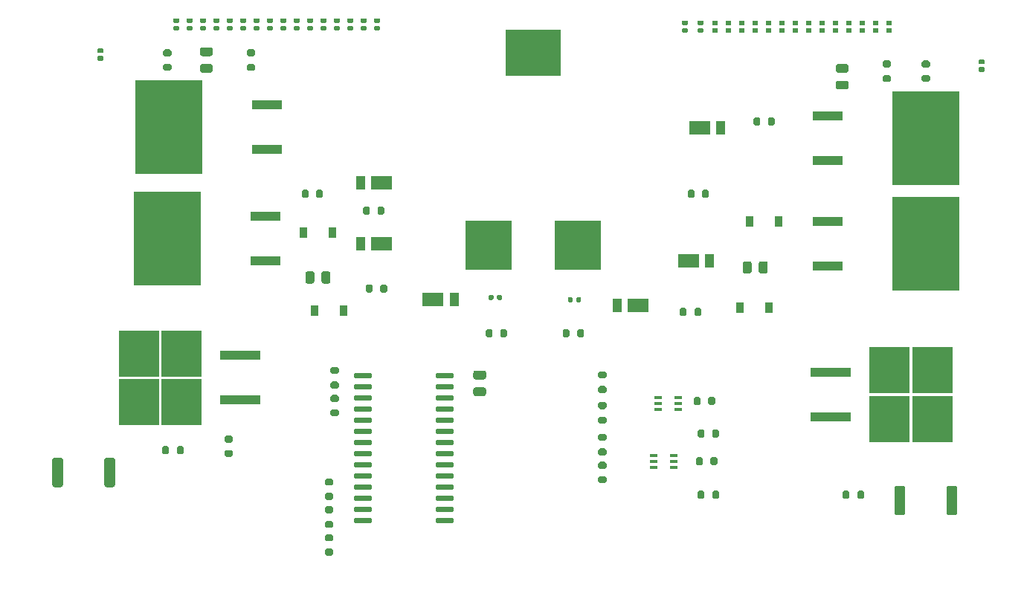
<source format=gtp>
G04 #@! TF.GenerationSoftware,KiCad,Pcbnew,(5.1.10)-1*
G04 #@! TF.CreationDate,2022-01-17T16:27:26-05:00*
G04 #@! TF.ProjectId,breakoutboard-2,62726561-6b6f-4757-9462-6f6172642d32,rev?*
G04 #@! TF.SameCoordinates,Original*
G04 #@! TF.FileFunction,Paste,Top*
G04 #@! TF.FilePolarity,Positive*
%FSLAX46Y46*%
G04 Gerber Fmt 4.6, Leading zero omitted, Abs format (unit mm)*
G04 Created by KiCad (PCBNEW (5.1.10)-1) date 2022-01-17 16:27:26*
%MOMM*%
%LPD*%
G01*
G04 APERTURE LIST*
%ADD10R,4.550000X5.250000*%
%ADD11R,4.600000X1.100000*%
%ADD12R,7.696200X10.718800*%
%ADD13R,3.505200X1.041400*%
%ADD14R,2.400000X1.500000*%
%ADD15R,1.050000X1.500000*%
%ADD16R,0.900000X1.200000*%
%ADD17R,5.330000X5.590000*%
%ADD18R,6.350000X5.280000*%
%ADD19R,0.850001X0.399999*%
G04 APERTURE END LIST*
D10*
X199070000Y-99295000D03*
X203920000Y-93745000D03*
X199070000Y-93745000D03*
X203920000Y-99295000D03*
D11*
X192345000Y-99060000D03*
X192345000Y-93980000D03*
D10*
X118430000Y-91840000D03*
X113580000Y-97390000D03*
X118430000Y-97390000D03*
X113580000Y-91840000D03*
D11*
X125155000Y-92075000D03*
X125155000Y-97155000D03*
D12*
X203200000Y-79375000D03*
D13*
X192036700Y-81915000D03*
X192036700Y-76835000D03*
D12*
X203187300Y-67310000D03*
D13*
X192024000Y-69850000D03*
X192024000Y-64770000D03*
D12*
X116852700Y-78740000D03*
D13*
X128016000Y-76200000D03*
X128016000Y-81280000D03*
D12*
X116979700Y-66040000D03*
D13*
X128143000Y-63500000D03*
X128143000Y-68580000D03*
G36*
G01*
X151925000Y-93800000D02*
X152875000Y-93800000D01*
G75*
G02*
X153125000Y-94050000I0J-250000D01*
G01*
X153125000Y-94550000D01*
G75*
G02*
X152875000Y-94800000I-250000J0D01*
G01*
X151925000Y-94800000D01*
G75*
G02*
X151675000Y-94550000I0J250000D01*
G01*
X151675000Y-94050000D01*
G75*
G02*
X151925000Y-93800000I250000J0D01*
G01*
G37*
G36*
G01*
X151925000Y-95700000D02*
X152875000Y-95700000D01*
G75*
G02*
X153125000Y-95950000I0J-250000D01*
G01*
X153125000Y-96450000D01*
G75*
G02*
X152875000Y-96700000I-250000J0D01*
G01*
X151925000Y-96700000D01*
G75*
G02*
X151675000Y-96450000I0J250000D01*
G01*
X151675000Y-95950000D01*
G75*
G02*
X151925000Y-95700000I250000J0D01*
G01*
G37*
G36*
G01*
X108995600Y-57945000D02*
X109444400Y-57945000D01*
G75*
G02*
X109520000Y-58020600I0J-75600D01*
G01*
X109520000Y-58409400D01*
G75*
G02*
X109444400Y-58485000I-75600J0D01*
G01*
X108995600Y-58485000D01*
G75*
G02*
X108920000Y-58409400I0J75600D01*
G01*
X108920000Y-58020600D01*
G75*
G02*
X108995600Y-57945000I75600J0D01*
G01*
G37*
G36*
G01*
X108995600Y-57085000D02*
X109444400Y-57085000D01*
G75*
G02*
X109520000Y-57160600I0J-75600D01*
G01*
X109520000Y-57549400D01*
G75*
G02*
X109444400Y-57625000I-75600J0D01*
G01*
X108995600Y-57625000D01*
G75*
G02*
X108920000Y-57549400I0J75600D01*
G01*
X108920000Y-57160600D01*
G75*
G02*
X108995600Y-57085000I75600J0D01*
G01*
G37*
G36*
G01*
X120810000Y-56970000D02*
X121760000Y-56970000D01*
G75*
G02*
X122010000Y-57220000I0J-250000D01*
G01*
X122010000Y-57720000D01*
G75*
G02*
X121760000Y-57970000I-250000J0D01*
G01*
X120810000Y-57970000D01*
G75*
G02*
X120560000Y-57720000I0J250000D01*
G01*
X120560000Y-57220000D01*
G75*
G02*
X120810000Y-56970000I250000J0D01*
G01*
G37*
G36*
G01*
X120810000Y-58870000D02*
X121760000Y-58870000D01*
G75*
G02*
X122010000Y-59120000I0J-250000D01*
G01*
X122010000Y-59620000D01*
G75*
G02*
X121760000Y-59870000I-250000J0D01*
G01*
X120810000Y-59870000D01*
G75*
G02*
X120560000Y-59620000I0J250000D01*
G01*
X120560000Y-59120000D01*
G75*
G02*
X120810000Y-58870000I250000J0D01*
G01*
G37*
G36*
G01*
X193200000Y-60775000D02*
X194150000Y-60775000D01*
G75*
G02*
X194400000Y-61025000I0J-250000D01*
G01*
X194400000Y-61525000D01*
G75*
G02*
X194150000Y-61775000I-250000J0D01*
G01*
X193200000Y-61775000D01*
G75*
G02*
X192950000Y-61525000I0J250000D01*
G01*
X192950000Y-61025000D01*
G75*
G02*
X193200000Y-60775000I250000J0D01*
G01*
G37*
G36*
G01*
X193200000Y-58875000D02*
X194150000Y-58875000D01*
G75*
G02*
X194400000Y-59125000I0J-250000D01*
G01*
X194400000Y-59625000D01*
G75*
G02*
X194150000Y-59875000I-250000J0D01*
G01*
X193200000Y-59875000D01*
G75*
G02*
X192950000Y-59625000I0J250000D01*
G01*
X192950000Y-59125000D01*
G75*
G02*
X193200000Y-58875000I250000J0D01*
G01*
G37*
G36*
G01*
X209774400Y-58895000D02*
X209325600Y-58895000D01*
G75*
G02*
X209250000Y-58819400I0J75600D01*
G01*
X209250000Y-58430600D01*
G75*
G02*
X209325600Y-58355000I75600J0D01*
G01*
X209774400Y-58355000D01*
G75*
G02*
X209850000Y-58430600I0J-75600D01*
G01*
X209850000Y-58819400D01*
G75*
G02*
X209774400Y-58895000I-75600J0D01*
G01*
G37*
G36*
G01*
X209774400Y-59755000D02*
X209325600Y-59755000D01*
G75*
G02*
X209250000Y-59679400I0J75600D01*
G01*
X209250000Y-59290600D01*
G75*
G02*
X209325600Y-59215000I75600J0D01*
G01*
X209774400Y-59215000D01*
G75*
G02*
X209850000Y-59290600I0J-75600D01*
G01*
X209850000Y-59679400D01*
G75*
G02*
X209774400Y-59755000I-75600J0D01*
G01*
G37*
G36*
G01*
X118080400Y-54196000D02*
X117631600Y-54196000D01*
G75*
G02*
X117556000Y-54120400I0J75600D01*
G01*
X117556000Y-53731600D01*
G75*
G02*
X117631600Y-53656000I75600J0D01*
G01*
X118080400Y-53656000D01*
G75*
G02*
X118156000Y-53731600I0J-75600D01*
G01*
X118156000Y-54120400D01*
G75*
G02*
X118080400Y-54196000I-75600J0D01*
G01*
G37*
G36*
G01*
X118080400Y-55056000D02*
X117631600Y-55056000D01*
G75*
G02*
X117556000Y-54980400I0J75600D01*
G01*
X117556000Y-54591600D01*
G75*
G02*
X117631600Y-54516000I75600J0D01*
G01*
X118080400Y-54516000D01*
G75*
G02*
X118156000Y-54591600I0J-75600D01*
G01*
X118156000Y-54980400D01*
G75*
G02*
X118080400Y-55056000I-75600J0D01*
G01*
G37*
G36*
G01*
X175992400Y-55310000D02*
X175543600Y-55310000D01*
G75*
G02*
X175468000Y-55234400I0J75600D01*
G01*
X175468000Y-54845600D01*
G75*
G02*
X175543600Y-54770000I75600J0D01*
G01*
X175992400Y-54770000D01*
G75*
G02*
X176068000Y-54845600I0J-75600D01*
G01*
X176068000Y-55234400D01*
G75*
G02*
X175992400Y-55310000I-75600J0D01*
G01*
G37*
G36*
G01*
X175992400Y-54450000D02*
X175543600Y-54450000D01*
G75*
G02*
X175468000Y-54374400I0J75600D01*
G01*
X175468000Y-53985600D01*
G75*
G02*
X175543600Y-53910000I75600J0D01*
G01*
X175992400Y-53910000D01*
G75*
G02*
X176068000Y-53985600I0J-75600D01*
G01*
X176068000Y-54374400D01*
G75*
G02*
X175992400Y-54450000I-75600J0D01*
G01*
G37*
G36*
G01*
X119604400Y-55056000D02*
X119155600Y-55056000D01*
G75*
G02*
X119080000Y-54980400I0J75600D01*
G01*
X119080000Y-54591600D01*
G75*
G02*
X119155600Y-54516000I75600J0D01*
G01*
X119604400Y-54516000D01*
G75*
G02*
X119680000Y-54591600I0J-75600D01*
G01*
X119680000Y-54980400D01*
G75*
G02*
X119604400Y-55056000I-75600J0D01*
G01*
G37*
G36*
G01*
X119604400Y-54196000D02*
X119155600Y-54196000D01*
G75*
G02*
X119080000Y-54120400I0J75600D01*
G01*
X119080000Y-53731600D01*
G75*
G02*
X119155600Y-53656000I75600J0D01*
G01*
X119604400Y-53656000D01*
G75*
G02*
X119680000Y-53731600I0J-75600D01*
G01*
X119680000Y-54120400D01*
G75*
G02*
X119604400Y-54196000I-75600J0D01*
G01*
G37*
G36*
G01*
X177770400Y-54450000D02*
X177321600Y-54450000D01*
G75*
G02*
X177246000Y-54374400I0J75600D01*
G01*
X177246000Y-53985600D01*
G75*
G02*
X177321600Y-53910000I75600J0D01*
G01*
X177770400Y-53910000D01*
G75*
G02*
X177846000Y-53985600I0J-75600D01*
G01*
X177846000Y-54374400D01*
G75*
G02*
X177770400Y-54450000I-75600J0D01*
G01*
G37*
G36*
G01*
X177770400Y-55310000D02*
X177321600Y-55310000D01*
G75*
G02*
X177246000Y-55234400I0J75600D01*
G01*
X177246000Y-54845600D01*
G75*
G02*
X177321600Y-54770000I75600J0D01*
G01*
X177770400Y-54770000D01*
G75*
G02*
X177846000Y-54845600I0J-75600D01*
G01*
X177846000Y-55234400D01*
G75*
G02*
X177770400Y-55310000I-75600J0D01*
G01*
G37*
G36*
G01*
X121128400Y-54196000D02*
X120679600Y-54196000D01*
G75*
G02*
X120604000Y-54120400I0J75600D01*
G01*
X120604000Y-53731600D01*
G75*
G02*
X120679600Y-53656000I75600J0D01*
G01*
X121128400Y-53656000D01*
G75*
G02*
X121204000Y-53731600I0J-75600D01*
G01*
X121204000Y-54120400D01*
G75*
G02*
X121128400Y-54196000I-75600J0D01*
G01*
G37*
G36*
G01*
X121128400Y-55056000D02*
X120679600Y-55056000D01*
G75*
G02*
X120604000Y-54980400I0J75600D01*
G01*
X120604000Y-54591600D01*
G75*
G02*
X120679600Y-54516000I75600J0D01*
G01*
X121128400Y-54516000D01*
G75*
G02*
X121204000Y-54591600I0J-75600D01*
G01*
X121204000Y-54980400D01*
G75*
G02*
X121128400Y-55056000I-75600J0D01*
G01*
G37*
G36*
G01*
X154378000Y-85641000D02*
X154378000Y-85301000D01*
G75*
G02*
X154518000Y-85161000I140000J0D01*
G01*
X154798000Y-85161000D01*
G75*
G02*
X154938000Y-85301000I0J-140000D01*
G01*
X154938000Y-85641000D01*
G75*
G02*
X154798000Y-85781000I-140000J0D01*
G01*
X154518000Y-85781000D01*
G75*
G02*
X154378000Y-85641000I0J140000D01*
G01*
G37*
G36*
G01*
X153418000Y-85641000D02*
X153418000Y-85301000D01*
G75*
G02*
X153558000Y-85161000I140000J0D01*
G01*
X153838000Y-85161000D01*
G75*
G02*
X153978000Y-85301000I0J-140000D01*
G01*
X153978000Y-85641000D01*
G75*
G02*
X153838000Y-85781000I-140000J0D01*
G01*
X153558000Y-85781000D01*
G75*
G02*
X153418000Y-85641000I0J140000D01*
G01*
G37*
G36*
G01*
X163955000Y-85555000D02*
X163955000Y-85895000D01*
G75*
G02*
X163815000Y-86035000I-140000J0D01*
G01*
X163535000Y-86035000D01*
G75*
G02*
X163395000Y-85895000I0J140000D01*
G01*
X163395000Y-85555000D01*
G75*
G02*
X163535000Y-85415000I140000J0D01*
G01*
X163815000Y-85415000D01*
G75*
G02*
X163955000Y-85555000I0J-140000D01*
G01*
G37*
G36*
G01*
X162995000Y-85555000D02*
X162995000Y-85895000D01*
G75*
G02*
X162855000Y-86035000I-140000J0D01*
G01*
X162575000Y-86035000D01*
G75*
G02*
X162435000Y-85895000I0J140000D01*
G01*
X162435000Y-85555000D01*
G75*
G02*
X162575000Y-85415000I140000J0D01*
G01*
X162855000Y-85415000D01*
G75*
G02*
X162995000Y-85555000I0J-140000D01*
G01*
G37*
G36*
G01*
X179421400Y-55310000D02*
X178972600Y-55310000D01*
G75*
G02*
X178897000Y-55234400I0J75600D01*
G01*
X178897000Y-54845600D01*
G75*
G02*
X178972600Y-54770000I75600J0D01*
G01*
X179421400Y-54770000D01*
G75*
G02*
X179497000Y-54845600I0J-75600D01*
G01*
X179497000Y-55234400D01*
G75*
G02*
X179421400Y-55310000I-75600J0D01*
G01*
G37*
G36*
G01*
X179421400Y-54450000D02*
X178972600Y-54450000D01*
G75*
G02*
X178897000Y-54374400I0J75600D01*
G01*
X178897000Y-53985600D01*
G75*
G02*
X178972600Y-53910000I75600J0D01*
G01*
X179421400Y-53910000D01*
G75*
G02*
X179497000Y-53985600I0J-75600D01*
G01*
X179497000Y-54374400D01*
G75*
G02*
X179421400Y-54450000I-75600J0D01*
G01*
G37*
G36*
G01*
X122652400Y-55056000D02*
X122203600Y-55056000D01*
G75*
G02*
X122128000Y-54980400I0J75600D01*
G01*
X122128000Y-54591600D01*
G75*
G02*
X122203600Y-54516000I75600J0D01*
G01*
X122652400Y-54516000D01*
G75*
G02*
X122728000Y-54591600I0J-75600D01*
G01*
X122728000Y-54980400D01*
G75*
G02*
X122652400Y-55056000I-75600J0D01*
G01*
G37*
G36*
G01*
X122652400Y-54196000D02*
X122203600Y-54196000D01*
G75*
G02*
X122128000Y-54120400I0J75600D01*
G01*
X122128000Y-53731600D01*
G75*
G02*
X122203600Y-53656000I75600J0D01*
G01*
X122652400Y-53656000D01*
G75*
G02*
X122728000Y-53731600I0J-75600D01*
G01*
X122728000Y-54120400D01*
G75*
G02*
X122652400Y-54196000I-75600J0D01*
G01*
G37*
G36*
G01*
X180945400Y-54450000D02*
X180496600Y-54450000D01*
G75*
G02*
X180421000Y-54374400I0J75600D01*
G01*
X180421000Y-53985600D01*
G75*
G02*
X180496600Y-53910000I75600J0D01*
G01*
X180945400Y-53910000D01*
G75*
G02*
X181021000Y-53985600I0J-75600D01*
G01*
X181021000Y-54374400D01*
G75*
G02*
X180945400Y-54450000I-75600J0D01*
G01*
G37*
G36*
G01*
X180945400Y-55310000D02*
X180496600Y-55310000D01*
G75*
G02*
X180421000Y-55234400I0J75600D01*
G01*
X180421000Y-54845600D01*
G75*
G02*
X180496600Y-54770000I75600J0D01*
G01*
X180945400Y-54770000D01*
G75*
G02*
X181021000Y-54845600I0J-75600D01*
G01*
X181021000Y-55234400D01*
G75*
G02*
X180945400Y-55310000I-75600J0D01*
G01*
G37*
G36*
G01*
X182469400Y-55310000D02*
X182020600Y-55310000D01*
G75*
G02*
X181945000Y-55234400I0J75600D01*
G01*
X181945000Y-54845600D01*
G75*
G02*
X182020600Y-54770000I75600J0D01*
G01*
X182469400Y-54770000D01*
G75*
G02*
X182545000Y-54845600I0J-75600D01*
G01*
X182545000Y-55234400D01*
G75*
G02*
X182469400Y-55310000I-75600J0D01*
G01*
G37*
G36*
G01*
X182469400Y-54450000D02*
X182020600Y-54450000D01*
G75*
G02*
X181945000Y-54374400I0J75600D01*
G01*
X181945000Y-53985600D01*
G75*
G02*
X182020600Y-53910000I75600J0D01*
G01*
X182469400Y-53910000D01*
G75*
G02*
X182545000Y-53985600I0J-75600D01*
G01*
X182545000Y-54374400D01*
G75*
G02*
X182469400Y-54450000I-75600J0D01*
G01*
G37*
G36*
G01*
X124176400Y-55056000D02*
X123727600Y-55056000D01*
G75*
G02*
X123652000Y-54980400I0J75600D01*
G01*
X123652000Y-54591600D01*
G75*
G02*
X123727600Y-54516000I75600J0D01*
G01*
X124176400Y-54516000D01*
G75*
G02*
X124252000Y-54591600I0J-75600D01*
G01*
X124252000Y-54980400D01*
G75*
G02*
X124176400Y-55056000I-75600J0D01*
G01*
G37*
G36*
G01*
X124176400Y-54196000D02*
X123727600Y-54196000D01*
G75*
G02*
X123652000Y-54120400I0J75600D01*
G01*
X123652000Y-53731600D01*
G75*
G02*
X123727600Y-53656000I75600J0D01*
G01*
X124176400Y-53656000D01*
G75*
G02*
X124252000Y-53731600I0J-75600D01*
G01*
X124252000Y-54120400D01*
G75*
G02*
X124176400Y-54196000I-75600J0D01*
G01*
G37*
G36*
G01*
X125700400Y-55056000D02*
X125251600Y-55056000D01*
G75*
G02*
X125176000Y-54980400I0J75600D01*
G01*
X125176000Y-54591600D01*
G75*
G02*
X125251600Y-54516000I75600J0D01*
G01*
X125700400Y-54516000D01*
G75*
G02*
X125776000Y-54591600I0J-75600D01*
G01*
X125776000Y-54980400D01*
G75*
G02*
X125700400Y-55056000I-75600J0D01*
G01*
G37*
G36*
G01*
X125700400Y-54196000D02*
X125251600Y-54196000D01*
G75*
G02*
X125176000Y-54120400I0J75600D01*
G01*
X125176000Y-53731600D01*
G75*
G02*
X125251600Y-53656000I75600J0D01*
G01*
X125700400Y-53656000D01*
G75*
G02*
X125776000Y-53731600I0J-75600D01*
G01*
X125776000Y-54120400D01*
G75*
G02*
X125700400Y-54196000I-75600J0D01*
G01*
G37*
G36*
G01*
X183993400Y-54450000D02*
X183544600Y-54450000D01*
G75*
G02*
X183469000Y-54374400I0J75600D01*
G01*
X183469000Y-53985600D01*
G75*
G02*
X183544600Y-53910000I75600J0D01*
G01*
X183993400Y-53910000D01*
G75*
G02*
X184069000Y-53985600I0J-75600D01*
G01*
X184069000Y-54374400D01*
G75*
G02*
X183993400Y-54450000I-75600J0D01*
G01*
G37*
G36*
G01*
X183993400Y-55310000D02*
X183544600Y-55310000D01*
G75*
G02*
X183469000Y-55234400I0J75600D01*
G01*
X183469000Y-54845600D01*
G75*
G02*
X183544600Y-54770000I75600J0D01*
G01*
X183993400Y-54770000D01*
G75*
G02*
X184069000Y-54845600I0J-75600D01*
G01*
X184069000Y-55234400D01*
G75*
G02*
X183993400Y-55310000I-75600J0D01*
G01*
G37*
G36*
G01*
X127224400Y-54196000D02*
X126775600Y-54196000D01*
G75*
G02*
X126700000Y-54120400I0J75600D01*
G01*
X126700000Y-53731600D01*
G75*
G02*
X126775600Y-53656000I75600J0D01*
G01*
X127224400Y-53656000D01*
G75*
G02*
X127300000Y-53731600I0J-75600D01*
G01*
X127300000Y-54120400D01*
G75*
G02*
X127224400Y-54196000I-75600J0D01*
G01*
G37*
G36*
G01*
X127224400Y-55056000D02*
X126775600Y-55056000D01*
G75*
G02*
X126700000Y-54980400I0J75600D01*
G01*
X126700000Y-54591600D01*
G75*
G02*
X126775600Y-54516000I75600J0D01*
G01*
X127224400Y-54516000D01*
G75*
G02*
X127300000Y-54591600I0J-75600D01*
G01*
X127300000Y-54980400D01*
G75*
G02*
X127224400Y-55056000I-75600J0D01*
G01*
G37*
G36*
G01*
X185517400Y-55310000D02*
X185068600Y-55310000D01*
G75*
G02*
X184993000Y-55234400I0J75600D01*
G01*
X184993000Y-54845600D01*
G75*
G02*
X185068600Y-54770000I75600J0D01*
G01*
X185517400Y-54770000D01*
G75*
G02*
X185593000Y-54845600I0J-75600D01*
G01*
X185593000Y-55234400D01*
G75*
G02*
X185517400Y-55310000I-75600J0D01*
G01*
G37*
G36*
G01*
X185517400Y-54450000D02*
X185068600Y-54450000D01*
G75*
G02*
X184993000Y-54374400I0J75600D01*
G01*
X184993000Y-53985600D01*
G75*
G02*
X185068600Y-53910000I75600J0D01*
G01*
X185517400Y-53910000D01*
G75*
G02*
X185593000Y-53985600I0J-75600D01*
G01*
X185593000Y-54374400D01*
G75*
G02*
X185517400Y-54450000I-75600J0D01*
G01*
G37*
G36*
G01*
X128748400Y-55056000D02*
X128299600Y-55056000D01*
G75*
G02*
X128224000Y-54980400I0J75600D01*
G01*
X128224000Y-54591600D01*
G75*
G02*
X128299600Y-54516000I75600J0D01*
G01*
X128748400Y-54516000D01*
G75*
G02*
X128824000Y-54591600I0J-75600D01*
G01*
X128824000Y-54980400D01*
G75*
G02*
X128748400Y-55056000I-75600J0D01*
G01*
G37*
G36*
G01*
X128748400Y-54196000D02*
X128299600Y-54196000D01*
G75*
G02*
X128224000Y-54120400I0J75600D01*
G01*
X128224000Y-53731600D01*
G75*
G02*
X128299600Y-53656000I75600J0D01*
G01*
X128748400Y-53656000D01*
G75*
G02*
X128824000Y-53731600I0J-75600D01*
G01*
X128824000Y-54120400D01*
G75*
G02*
X128748400Y-54196000I-75600J0D01*
G01*
G37*
G36*
G01*
X187041400Y-54450000D02*
X186592600Y-54450000D01*
G75*
G02*
X186517000Y-54374400I0J75600D01*
G01*
X186517000Y-53985600D01*
G75*
G02*
X186592600Y-53910000I75600J0D01*
G01*
X187041400Y-53910000D01*
G75*
G02*
X187117000Y-53985600I0J-75600D01*
G01*
X187117000Y-54374400D01*
G75*
G02*
X187041400Y-54450000I-75600J0D01*
G01*
G37*
G36*
G01*
X187041400Y-55310000D02*
X186592600Y-55310000D01*
G75*
G02*
X186517000Y-55234400I0J75600D01*
G01*
X186517000Y-54845600D01*
G75*
G02*
X186592600Y-54770000I75600J0D01*
G01*
X187041400Y-54770000D01*
G75*
G02*
X187117000Y-54845600I0J-75600D01*
G01*
X187117000Y-55234400D01*
G75*
G02*
X187041400Y-55310000I-75600J0D01*
G01*
G37*
G36*
G01*
X130272400Y-54196000D02*
X129823600Y-54196000D01*
G75*
G02*
X129748000Y-54120400I0J75600D01*
G01*
X129748000Y-53731600D01*
G75*
G02*
X129823600Y-53656000I75600J0D01*
G01*
X130272400Y-53656000D01*
G75*
G02*
X130348000Y-53731600I0J-75600D01*
G01*
X130348000Y-54120400D01*
G75*
G02*
X130272400Y-54196000I-75600J0D01*
G01*
G37*
G36*
G01*
X130272400Y-55056000D02*
X129823600Y-55056000D01*
G75*
G02*
X129748000Y-54980400I0J75600D01*
G01*
X129748000Y-54591600D01*
G75*
G02*
X129823600Y-54516000I75600J0D01*
G01*
X130272400Y-54516000D01*
G75*
G02*
X130348000Y-54591600I0J-75600D01*
G01*
X130348000Y-54980400D01*
G75*
G02*
X130272400Y-55056000I-75600J0D01*
G01*
G37*
G36*
G01*
X188565400Y-55310000D02*
X188116600Y-55310000D01*
G75*
G02*
X188041000Y-55234400I0J75600D01*
G01*
X188041000Y-54845600D01*
G75*
G02*
X188116600Y-54770000I75600J0D01*
G01*
X188565400Y-54770000D01*
G75*
G02*
X188641000Y-54845600I0J-75600D01*
G01*
X188641000Y-55234400D01*
G75*
G02*
X188565400Y-55310000I-75600J0D01*
G01*
G37*
G36*
G01*
X188565400Y-54450000D02*
X188116600Y-54450000D01*
G75*
G02*
X188041000Y-54374400I0J75600D01*
G01*
X188041000Y-53985600D01*
G75*
G02*
X188116600Y-53910000I75600J0D01*
G01*
X188565400Y-53910000D01*
G75*
G02*
X188641000Y-53985600I0J-75600D01*
G01*
X188641000Y-54374400D01*
G75*
G02*
X188565400Y-54450000I-75600J0D01*
G01*
G37*
G36*
G01*
X131796400Y-54196000D02*
X131347600Y-54196000D01*
G75*
G02*
X131272000Y-54120400I0J75600D01*
G01*
X131272000Y-53731600D01*
G75*
G02*
X131347600Y-53656000I75600J0D01*
G01*
X131796400Y-53656000D01*
G75*
G02*
X131872000Y-53731600I0J-75600D01*
G01*
X131872000Y-54120400D01*
G75*
G02*
X131796400Y-54196000I-75600J0D01*
G01*
G37*
G36*
G01*
X131796400Y-55056000D02*
X131347600Y-55056000D01*
G75*
G02*
X131272000Y-54980400I0J75600D01*
G01*
X131272000Y-54591600D01*
G75*
G02*
X131347600Y-54516000I75600J0D01*
G01*
X131796400Y-54516000D01*
G75*
G02*
X131872000Y-54591600I0J-75600D01*
G01*
X131872000Y-54980400D01*
G75*
G02*
X131796400Y-55056000I-75600J0D01*
G01*
G37*
G36*
G01*
X190089400Y-54450000D02*
X189640600Y-54450000D01*
G75*
G02*
X189565000Y-54374400I0J75600D01*
G01*
X189565000Y-53985600D01*
G75*
G02*
X189640600Y-53910000I75600J0D01*
G01*
X190089400Y-53910000D01*
G75*
G02*
X190165000Y-53985600I0J-75600D01*
G01*
X190165000Y-54374400D01*
G75*
G02*
X190089400Y-54450000I-75600J0D01*
G01*
G37*
G36*
G01*
X190089400Y-55310000D02*
X189640600Y-55310000D01*
G75*
G02*
X189565000Y-55234400I0J75600D01*
G01*
X189565000Y-54845600D01*
G75*
G02*
X189640600Y-54770000I75600J0D01*
G01*
X190089400Y-54770000D01*
G75*
G02*
X190165000Y-54845600I0J-75600D01*
G01*
X190165000Y-55234400D01*
G75*
G02*
X190089400Y-55310000I-75600J0D01*
G01*
G37*
G36*
G01*
X133320400Y-54196000D02*
X132871600Y-54196000D01*
G75*
G02*
X132796000Y-54120400I0J75600D01*
G01*
X132796000Y-53731600D01*
G75*
G02*
X132871600Y-53656000I75600J0D01*
G01*
X133320400Y-53656000D01*
G75*
G02*
X133396000Y-53731600I0J-75600D01*
G01*
X133396000Y-54120400D01*
G75*
G02*
X133320400Y-54196000I-75600J0D01*
G01*
G37*
G36*
G01*
X133320400Y-55056000D02*
X132871600Y-55056000D01*
G75*
G02*
X132796000Y-54980400I0J75600D01*
G01*
X132796000Y-54591600D01*
G75*
G02*
X132871600Y-54516000I75600J0D01*
G01*
X133320400Y-54516000D01*
G75*
G02*
X133396000Y-54591600I0J-75600D01*
G01*
X133396000Y-54980400D01*
G75*
G02*
X133320400Y-55056000I-75600J0D01*
G01*
G37*
G36*
G01*
X191613400Y-55310000D02*
X191164600Y-55310000D01*
G75*
G02*
X191089000Y-55234400I0J75600D01*
G01*
X191089000Y-54845600D01*
G75*
G02*
X191164600Y-54770000I75600J0D01*
G01*
X191613400Y-54770000D01*
G75*
G02*
X191689000Y-54845600I0J-75600D01*
G01*
X191689000Y-55234400D01*
G75*
G02*
X191613400Y-55310000I-75600J0D01*
G01*
G37*
G36*
G01*
X191613400Y-54450000D02*
X191164600Y-54450000D01*
G75*
G02*
X191089000Y-54374400I0J75600D01*
G01*
X191089000Y-53985600D01*
G75*
G02*
X191164600Y-53910000I75600J0D01*
G01*
X191613400Y-53910000D01*
G75*
G02*
X191689000Y-53985600I0J-75600D01*
G01*
X191689000Y-54374400D01*
G75*
G02*
X191613400Y-54450000I-75600J0D01*
G01*
G37*
G36*
G01*
X134844400Y-55056000D02*
X134395600Y-55056000D01*
G75*
G02*
X134320000Y-54980400I0J75600D01*
G01*
X134320000Y-54591600D01*
G75*
G02*
X134395600Y-54516000I75600J0D01*
G01*
X134844400Y-54516000D01*
G75*
G02*
X134920000Y-54591600I0J-75600D01*
G01*
X134920000Y-54980400D01*
G75*
G02*
X134844400Y-55056000I-75600J0D01*
G01*
G37*
G36*
G01*
X134844400Y-54196000D02*
X134395600Y-54196000D01*
G75*
G02*
X134320000Y-54120400I0J75600D01*
G01*
X134320000Y-53731600D01*
G75*
G02*
X134395600Y-53656000I75600J0D01*
G01*
X134844400Y-53656000D01*
G75*
G02*
X134920000Y-53731600I0J-75600D01*
G01*
X134920000Y-54120400D01*
G75*
G02*
X134844400Y-54196000I-75600J0D01*
G01*
G37*
G36*
G01*
X193137400Y-54450000D02*
X192688600Y-54450000D01*
G75*
G02*
X192613000Y-54374400I0J75600D01*
G01*
X192613000Y-53985600D01*
G75*
G02*
X192688600Y-53910000I75600J0D01*
G01*
X193137400Y-53910000D01*
G75*
G02*
X193213000Y-53985600I0J-75600D01*
G01*
X193213000Y-54374400D01*
G75*
G02*
X193137400Y-54450000I-75600J0D01*
G01*
G37*
G36*
G01*
X193137400Y-55310000D02*
X192688600Y-55310000D01*
G75*
G02*
X192613000Y-55234400I0J75600D01*
G01*
X192613000Y-54845600D01*
G75*
G02*
X192688600Y-54770000I75600J0D01*
G01*
X193137400Y-54770000D01*
G75*
G02*
X193213000Y-54845600I0J-75600D01*
G01*
X193213000Y-55234400D01*
G75*
G02*
X193137400Y-55310000I-75600J0D01*
G01*
G37*
G36*
G01*
X136368400Y-54196000D02*
X135919600Y-54196000D01*
G75*
G02*
X135844000Y-54120400I0J75600D01*
G01*
X135844000Y-53731600D01*
G75*
G02*
X135919600Y-53656000I75600J0D01*
G01*
X136368400Y-53656000D01*
G75*
G02*
X136444000Y-53731600I0J-75600D01*
G01*
X136444000Y-54120400D01*
G75*
G02*
X136368400Y-54196000I-75600J0D01*
G01*
G37*
G36*
G01*
X136368400Y-55056000D02*
X135919600Y-55056000D01*
G75*
G02*
X135844000Y-54980400I0J75600D01*
G01*
X135844000Y-54591600D01*
G75*
G02*
X135919600Y-54516000I75600J0D01*
G01*
X136368400Y-54516000D01*
G75*
G02*
X136444000Y-54591600I0J-75600D01*
G01*
X136444000Y-54980400D01*
G75*
G02*
X136368400Y-55056000I-75600J0D01*
G01*
G37*
G36*
G01*
X194661400Y-55310000D02*
X194212600Y-55310000D01*
G75*
G02*
X194137000Y-55234400I0J75600D01*
G01*
X194137000Y-54845600D01*
G75*
G02*
X194212600Y-54770000I75600J0D01*
G01*
X194661400Y-54770000D01*
G75*
G02*
X194737000Y-54845600I0J-75600D01*
G01*
X194737000Y-55234400D01*
G75*
G02*
X194661400Y-55310000I-75600J0D01*
G01*
G37*
G36*
G01*
X194661400Y-54450000D02*
X194212600Y-54450000D01*
G75*
G02*
X194137000Y-54374400I0J75600D01*
G01*
X194137000Y-53985600D01*
G75*
G02*
X194212600Y-53910000I75600J0D01*
G01*
X194661400Y-53910000D01*
G75*
G02*
X194737000Y-53985600I0J-75600D01*
G01*
X194737000Y-54374400D01*
G75*
G02*
X194661400Y-54450000I-75600J0D01*
G01*
G37*
G36*
G01*
X137892400Y-55056000D02*
X137443600Y-55056000D01*
G75*
G02*
X137368000Y-54980400I0J75600D01*
G01*
X137368000Y-54591600D01*
G75*
G02*
X137443600Y-54516000I75600J0D01*
G01*
X137892400Y-54516000D01*
G75*
G02*
X137968000Y-54591600I0J-75600D01*
G01*
X137968000Y-54980400D01*
G75*
G02*
X137892400Y-55056000I-75600J0D01*
G01*
G37*
G36*
G01*
X137892400Y-54196000D02*
X137443600Y-54196000D01*
G75*
G02*
X137368000Y-54120400I0J75600D01*
G01*
X137368000Y-53731600D01*
G75*
G02*
X137443600Y-53656000I75600J0D01*
G01*
X137892400Y-53656000D01*
G75*
G02*
X137968000Y-53731600I0J-75600D01*
G01*
X137968000Y-54120400D01*
G75*
G02*
X137892400Y-54196000I-75600J0D01*
G01*
G37*
G36*
G01*
X196185400Y-54450000D02*
X195736600Y-54450000D01*
G75*
G02*
X195661000Y-54374400I0J75600D01*
G01*
X195661000Y-53985600D01*
G75*
G02*
X195736600Y-53910000I75600J0D01*
G01*
X196185400Y-53910000D01*
G75*
G02*
X196261000Y-53985600I0J-75600D01*
G01*
X196261000Y-54374400D01*
G75*
G02*
X196185400Y-54450000I-75600J0D01*
G01*
G37*
G36*
G01*
X196185400Y-55310000D02*
X195736600Y-55310000D01*
G75*
G02*
X195661000Y-55234400I0J75600D01*
G01*
X195661000Y-54845600D01*
G75*
G02*
X195736600Y-54770000I75600J0D01*
G01*
X196185400Y-54770000D01*
G75*
G02*
X196261000Y-54845600I0J-75600D01*
G01*
X196261000Y-55234400D01*
G75*
G02*
X196185400Y-55310000I-75600J0D01*
G01*
G37*
G36*
G01*
X139416400Y-55056000D02*
X138967600Y-55056000D01*
G75*
G02*
X138892000Y-54980400I0J75600D01*
G01*
X138892000Y-54591600D01*
G75*
G02*
X138967600Y-54516000I75600J0D01*
G01*
X139416400Y-54516000D01*
G75*
G02*
X139492000Y-54591600I0J-75600D01*
G01*
X139492000Y-54980400D01*
G75*
G02*
X139416400Y-55056000I-75600J0D01*
G01*
G37*
G36*
G01*
X139416400Y-54196000D02*
X138967600Y-54196000D01*
G75*
G02*
X138892000Y-54120400I0J75600D01*
G01*
X138892000Y-53731600D01*
G75*
G02*
X138967600Y-53656000I75600J0D01*
G01*
X139416400Y-53656000D01*
G75*
G02*
X139492000Y-53731600I0J-75600D01*
G01*
X139492000Y-54120400D01*
G75*
G02*
X139416400Y-54196000I-75600J0D01*
G01*
G37*
G36*
G01*
X197709400Y-54450000D02*
X197260600Y-54450000D01*
G75*
G02*
X197185000Y-54374400I0J75600D01*
G01*
X197185000Y-53985600D01*
G75*
G02*
X197260600Y-53910000I75600J0D01*
G01*
X197709400Y-53910000D01*
G75*
G02*
X197785000Y-53985600I0J-75600D01*
G01*
X197785000Y-54374400D01*
G75*
G02*
X197709400Y-54450000I-75600J0D01*
G01*
G37*
G36*
G01*
X197709400Y-55310000D02*
X197260600Y-55310000D01*
G75*
G02*
X197185000Y-55234400I0J75600D01*
G01*
X197185000Y-54845600D01*
G75*
G02*
X197260600Y-54770000I75600J0D01*
G01*
X197709400Y-54770000D01*
G75*
G02*
X197785000Y-54845600I0J-75600D01*
G01*
X197785000Y-55234400D01*
G75*
G02*
X197709400Y-55310000I-75600J0D01*
G01*
G37*
G36*
G01*
X140940400Y-54196000D02*
X140491600Y-54196000D01*
G75*
G02*
X140416000Y-54120400I0J75600D01*
G01*
X140416000Y-53731600D01*
G75*
G02*
X140491600Y-53656000I75600J0D01*
G01*
X140940400Y-53656000D01*
G75*
G02*
X141016000Y-53731600I0J-75600D01*
G01*
X141016000Y-54120400D01*
G75*
G02*
X140940400Y-54196000I-75600J0D01*
G01*
G37*
G36*
G01*
X140940400Y-55056000D02*
X140491600Y-55056000D01*
G75*
G02*
X140416000Y-54980400I0J75600D01*
G01*
X140416000Y-54591600D01*
G75*
G02*
X140491600Y-54516000I75600J0D01*
G01*
X140940400Y-54516000D01*
G75*
G02*
X141016000Y-54591600I0J-75600D01*
G01*
X141016000Y-54980400D01*
G75*
G02*
X140940400Y-55056000I-75600J0D01*
G01*
G37*
G36*
G01*
X199233400Y-55310000D02*
X198784600Y-55310000D01*
G75*
G02*
X198709000Y-55234400I0J75600D01*
G01*
X198709000Y-54845600D01*
G75*
G02*
X198784600Y-54770000I75600J0D01*
G01*
X199233400Y-54770000D01*
G75*
G02*
X199309000Y-54845600I0J-75600D01*
G01*
X199309000Y-55234400D01*
G75*
G02*
X199233400Y-55310000I-75600J0D01*
G01*
G37*
G36*
G01*
X199233400Y-54450000D02*
X198784600Y-54450000D01*
G75*
G02*
X198709000Y-54374400I0J75600D01*
G01*
X198709000Y-53985600D01*
G75*
G02*
X198784600Y-53910000I75600J0D01*
G01*
X199233400Y-53910000D01*
G75*
G02*
X199309000Y-53985600I0J-75600D01*
G01*
X199309000Y-54374400D01*
G75*
G02*
X199233400Y-54450000I-75600J0D01*
G01*
G37*
D14*
X141184999Y-72390000D03*
D15*
X138810000Y-72390000D03*
D14*
X177458001Y-66167000D03*
D15*
X179833000Y-66167000D03*
D16*
X135635000Y-78105000D03*
X132335000Y-78105000D03*
X186435000Y-76835000D03*
X183135000Y-76835000D03*
D15*
X138810000Y-79375000D03*
D14*
X141184999Y-79375000D03*
X147105001Y-85725000D03*
D15*
X149480000Y-85725000D03*
X168020000Y-86360000D03*
D14*
X170394999Y-86360000D03*
X176188001Y-81280000D03*
D15*
X178563000Y-81280000D03*
D16*
X136905000Y-86995000D03*
X133605000Y-86995000D03*
X181992000Y-86614000D03*
X185292000Y-86614000D03*
D17*
X153421000Y-79540000D03*
X163571000Y-79540000D03*
D18*
X158496000Y-57620000D03*
G36*
G01*
X116565000Y-57195000D02*
X117115000Y-57195000D01*
G75*
G02*
X117315000Y-57395000I0J-200000D01*
G01*
X117315000Y-57795000D01*
G75*
G02*
X117115000Y-57995000I-200000J0D01*
G01*
X116565000Y-57995000D01*
G75*
G02*
X116365000Y-57795000I0J200000D01*
G01*
X116365000Y-57395000D01*
G75*
G02*
X116565000Y-57195000I200000J0D01*
G01*
G37*
G36*
G01*
X116565000Y-58845000D02*
X117115000Y-58845000D01*
G75*
G02*
X117315000Y-59045000I0J-200000D01*
G01*
X117315000Y-59445000D01*
G75*
G02*
X117115000Y-59645000I-200000J0D01*
G01*
X116565000Y-59645000D01*
G75*
G02*
X116365000Y-59445000I0J200000D01*
G01*
X116365000Y-59045000D01*
G75*
G02*
X116565000Y-58845000I200000J0D01*
G01*
G37*
G36*
G01*
X202925000Y-60115000D02*
X203475000Y-60115000D01*
G75*
G02*
X203675000Y-60315000I0J-200000D01*
G01*
X203675000Y-60715000D01*
G75*
G02*
X203475000Y-60915000I-200000J0D01*
G01*
X202925000Y-60915000D01*
G75*
G02*
X202725000Y-60715000I0J200000D01*
G01*
X202725000Y-60315000D01*
G75*
G02*
X202925000Y-60115000I200000J0D01*
G01*
G37*
G36*
G01*
X202925000Y-58465000D02*
X203475000Y-58465000D01*
G75*
G02*
X203675000Y-58665000I0J-200000D01*
G01*
X203675000Y-59065000D01*
G75*
G02*
X203475000Y-59265000I-200000J0D01*
G01*
X202925000Y-59265000D01*
G75*
G02*
X202725000Y-59065000I0J200000D01*
G01*
X202725000Y-58665000D01*
G75*
G02*
X202925000Y-58465000I200000J0D01*
G01*
G37*
G36*
G01*
X126090000Y-57195000D02*
X126640000Y-57195000D01*
G75*
G02*
X126840000Y-57395000I0J-200000D01*
G01*
X126840000Y-57795000D01*
G75*
G02*
X126640000Y-57995000I-200000J0D01*
G01*
X126090000Y-57995000D01*
G75*
G02*
X125890000Y-57795000I0J200000D01*
G01*
X125890000Y-57395000D01*
G75*
G02*
X126090000Y-57195000I200000J0D01*
G01*
G37*
G36*
G01*
X126090000Y-58845000D02*
X126640000Y-58845000D01*
G75*
G02*
X126840000Y-59045000I0J-200000D01*
G01*
X126840000Y-59445000D01*
G75*
G02*
X126640000Y-59645000I-200000J0D01*
G01*
X126090000Y-59645000D01*
G75*
G02*
X125890000Y-59445000I0J200000D01*
G01*
X125890000Y-59045000D01*
G75*
G02*
X126090000Y-58845000I200000J0D01*
G01*
G37*
G36*
G01*
X198480000Y-58465000D02*
X199030000Y-58465000D01*
G75*
G02*
X199230000Y-58665000I0J-200000D01*
G01*
X199230000Y-59065000D01*
G75*
G02*
X199030000Y-59265000I-200000J0D01*
G01*
X198480000Y-59265000D01*
G75*
G02*
X198280000Y-59065000I0J200000D01*
G01*
X198280000Y-58665000D01*
G75*
G02*
X198480000Y-58465000I200000J0D01*
G01*
G37*
G36*
G01*
X198480000Y-60115000D02*
X199030000Y-60115000D01*
G75*
G02*
X199230000Y-60315000I0J-200000D01*
G01*
X199230000Y-60715000D01*
G75*
G02*
X199030000Y-60915000I-200000J0D01*
G01*
X198480000Y-60915000D01*
G75*
G02*
X198280000Y-60715000I0J200000D01*
G01*
X198280000Y-60315000D01*
G75*
G02*
X198480000Y-60115000I200000J0D01*
G01*
G37*
G36*
G01*
X110890000Y-103985000D02*
X110890000Y-106835000D01*
G75*
G02*
X110640000Y-107085000I-250000J0D01*
G01*
X109915000Y-107085000D01*
G75*
G02*
X109665000Y-106835000I0J250000D01*
G01*
X109665000Y-103985000D01*
G75*
G02*
X109915000Y-103735000I250000J0D01*
G01*
X110640000Y-103735000D01*
G75*
G02*
X110890000Y-103985000I0J-250000D01*
G01*
G37*
G36*
G01*
X104965000Y-103985000D02*
X104965000Y-106835000D01*
G75*
G02*
X104715000Y-107085000I-250000J0D01*
G01*
X103990000Y-107085000D01*
G75*
G02*
X103740000Y-106835000I0J250000D01*
G01*
X103740000Y-103985000D01*
G75*
G02*
X103990000Y-103735000I250000J0D01*
G01*
X104715000Y-103735000D01*
G75*
G02*
X104965000Y-103985000I0J-250000D01*
G01*
G37*
G36*
G01*
X205550000Y-110010000D02*
X205550000Y-107160000D01*
G75*
G02*
X205800000Y-106910000I250000J0D01*
G01*
X206525000Y-106910000D01*
G75*
G02*
X206775000Y-107160000I0J-250000D01*
G01*
X206775000Y-110010000D01*
G75*
G02*
X206525000Y-110260000I-250000J0D01*
G01*
X205800000Y-110260000D01*
G75*
G02*
X205550000Y-110010000I0J250000D01*
G01*
G37*
G36*
G01*
X199625000Y-110010000D02*
X199625000Y-107160000D01*
G75*
G02*
X199875000Y-106910000I250000J0D01*
G01*
X200600000Y-106910000D01*
G75*
G02*
X200850000Y-107160000I0J-250000D01*
G01*
X200850000Y-110010000D01*
G75*
G02*
X200600000Y-110260000I-250000J0D01*
G01*
X199875000Y-110260000D01*
G75*
G02*
X199625000Y-110010000I0J250000D01*
G01*
G37*
G36*
G01*
X132925000Y-73385000D02*
X132925000Y-73935000D01*
G75*
G02*
X132725000Y-74135000I-200000J0D01*
G01*
X132325000Y-74135000D01*
G75*
G02*
X132125000Y-73935000I0J200000D01*
G01*
X132125000Y-73385000D01*
G75*
G02*
X132325000Y-73185000I200000J0D01*
G01*
X132725000Y-73185000D01*
G75*
G02*
X132925000Y-73385000I0J-200000D01*
G01*
G37*
G36*
G01*
X134575000Y-73385000D02*
X134575000Y-73935000D01*
G75*
G02*
X134375000Y-74135000I-200000J0D01*
G01*
X133975000Y-74135000D01*
G75*
G02*
X133775000Y-73935000I0J200000D01*
G01*
X133775000Y-73385000D01*
G75*
G02*
X133975000Y-73185000I200000J0D01*
G01*
X134375000Y-73185000D01*
G75*
G02*
X134575000Y-73385000I0J-200000D01*
G01*
G37*
G36*
G01*
X185210000Y-65680000D02*
X185210000Y-65130000D01*
G75*
G02*
X185410000Y-64930000I200000J0D01*
G01*
X185810000Y-64930000D01*
G75*
G02*
X186010000Y-65130000I0J-200000D01*
G01*
X186010000Y-65680000D01*
G75*
G02*
X185810000Y-65880000I-200000J0D01*
G01*
X185410000Y-65880000D01*
G75*
G02*
X185210000Y-65680000I0J200000D01*
G01*
G37*
G36*
G01*
X183560000Y-65680000D02*
X183560000Y-65130000D01*
G75*
G02*
X183760000Y-64930000I200000J0D01*
G01*
X184160000Y-64930000D01*
G75*
G02*
X184360000Y-65130000I0J-200000D01*
G01*
X184360000Y-65680000D01*
G75*
G02*
X184160000Y-65880000I-200000J0D01*
G01*
X183760000Y-65880000D01*
G75*
G02*
X183560000Y-65680000I0J200000D01*
G01*
G37*
G36*
G01*
X139910000Y-75290000D02*
X139910000Y-75840000D01*
G75*
G02*
X139710000Y-76040000I-200000J0D01*
G01*
X139310000Y-76040000D01*
G75*
G02*
X139110000Y-75840000I0J200000D01*
G01*
X139110000Y-75290000D01*
G75*
G02*
X139310000Y-75090000I200000J0D01*
G01*
X139710000Y-75090000D01*
G75*
G02*
X139910000Y-75290000I0J-200000D01*
G01*
G37*
G36*
G01*
X141560000Y-75290000D02*
X141560000Y-75840000D01*
G75*
G02*
X141360000Y-76040000I-200000J0D01*
G01*
X140960000Y-76040000D01*
G75*
G02*
X140760000Y-75840000I0J200000D01*
G01*
X140760000Y-75290000D01*
G75*
G02*
X140960000Y-75090000I200000J0D01*
G01*
X141360000Y-75090000D01*
G75*
G02*
X141560000Y-75290000I0J-200000D01*
G01*
G37*
G36*
G01*
X176067000Y-73935000D02*
X176067000Y-73385000D01*
G75*
G02*
X176267000Y-73185000I200000J0D01*
G01*
X176667000Y-73185000D01*
G75*
G02*
X176867000Y-73385000I0J-200000D01*
G01*
X176867000Y-73935000D01*
G75*
G02*
X176667000Y-74135000I-200000J0D01*
G01*
X176267000Y-74135000D01*
G75*
G02*
X176067000Y-73935000I0J200000D01*
G01*
G37*
G36*
G01*
X177717000Y-73935000D02*
X177717000Y-73385000D01*
G75*
G02*
X177917000Y-73185000I200000J0D01*
G01*
X178317000Y-73185000D01*
G75*
G02*
X178517000Y-73385000I0J-200000D01*
G01*
X178517000Y-73935000D01*
G75*
G02*
X178317000Y-74135000I-200000J0D01*
G01*
X177917000Y-74135000D01*
G75*
G02*
X177717000Y-73935000I0J200000D01*
G01*
G37*
G36*
G01*
X132560000Y-83635001D02*
X132560000Y-82734999D01*
G75*
G02*
X132809999Y-82485000I249999J0D01*
G01*
X133335001Y-82485000D01*
G75*
G02*
X133585000Y-82734999I0J-249999D01*
G01*
X133585000Y-83635001D01*
G75*
G02*
X133335001Y-83885000I-249999J0D01*
G01*
X132809999Y-83885000D01*
G75*
G02*
X132560000Y-83635001I0J249999D01*
G01*
G37*
G36*
G01*
X134385000Y-83635001D02*
X134385000Y-82734999D01*
G75*
G02*
X134634999Y-82485000I249999J0D01*
G01*
X135160001Y-82485000D01*
G75*
G02*
X135410000Y-82734999I0J-249999D01*
G01*
X135410000Y-83635001D01*
G75*
G02*
X135160001Y-83885000I-249999J0D01*
G01*
X134634999Y-83885000D01*
G75*
G02*
X134385000Y-83635001I0J249999D01*
G01*
G37*
G36*
G01*
X153880000Y-89260000D02*
X153880000Y-89810000D01*
G75*
G02*
X153680000Y-90010000I-200000J0D01*
G01*
X153280000Y-90010000D01*
G75*
G02*
X153080000Y-89810000I0J200000D01*
G01*
X153080000Y-89260000D01*
G75*
G02*
X153280000Y-89060000I200000J0D01*
G01*
X153680000Y-89060000D01*
G75*
G02*
X153880000Y-89260000I0J-200000D01*
G01*
G37*
G36*
G01*
X155530000Y-89260000D02*
X155530000Y-89810000D01*
G75*
G02*
X155330000Y-90010000I-200000J0D01*
G01*
X154930000Y-90010000D01*
G75*
G02*
X154730000Y-89810000I0J200000D01*
G01*
X154730000Y-89260000D01*
G75*
G02*
X154930000Y-89060000I200000J0D01*
G01*
X155330000Y-89060000D01*
G75*
G02*
X155530000Y-89260000I0J-200000D01*
G01*
G37*
G36*
G01*
X161843000Y-89810000D02*
X161843000Y-89260000D01*
G75*
G02*
X162043000Y-89060000I200000J0D01*
G01*
X162443000Y-89060000D01*
G75*
G02*
X162643000Y-89260000I0J-200000D01*
G01*
X162643000Y-89810000D01*
G75*
G02*
X162443000Y-90010000I-200000J0D01*
G01*
X162043000Y-90010000D01*
G75*
G02*
X161843000Y-89810000I0J200000D01*
G01*
G37*
G36*
G01*
X163493000Y-89810000D02*
X163493000Y-89260000D01*
G75*
G02*
X163693000Y-89060000I200000J0D01*
G01*
X164093000Y-89060000D01*
G75*
G02*
X164293000Y-89260000I0J-200000D01*
G01*
X164293000Y-89810000D01*
G75*
G02*
X164093000Y-90010000I-200000J0D01*
G01*
X163693000Y-90010000D01*
G75*
G02*
X163493000Y-89810000I0J200000D01*
G01*
G37*
G36*
G01*
X184169000Y-82492001D02*
X184169000Y-81591999D01*
G75*
G02*
X184418999Y-81342000I249999J0D01*
G01*
X184944001Y-81342000D01*
G75*
G02*
X185194000Y-81591999I0J-249999D01*
G01*
X185194000Y-82492001D01*
G75*
G02*
X184944001Y-82742000I-249999J0D01*
G01*
X184418999Y-82742000D01*
G75*
G02*
X184169000Y-82492001I0J249999D01*
G01*
G37*
G36*
G01*
X182344000Y-82492001D02*
X182344000Y-81591999D01*
G75*
G02*
X182593999Y-81342000I249999J0D01*
G01*
X183119001Y-81342000D01*
G75*
G02*
X183369000Y-81591999I0J-249999D01*
G01*
X183369000Y-82492001D01*
G75*
G02*
X183119001Y-82742000I-249999J0D01*
G01*
X182593999Y-82742000D01*
G75*
G02*
X182344000Y-82492001I0J249999D01*
G01*
G37*
G36*
G01*
X141878000Y-84180000D02*
X141878000Y-84730000D01*
G75*
G02*
X141678000Y-84930000I-200000J0D01*
G01*
X141278000Y-84930000D01*
G75*
G02*
X141078000Y-84730000I0J200000D01*
G01*
X141078000Y-84180000D01*
G75*
G02*
X141278000Y-83980000I200000J0D01*
G01*
X141678000Y-83980000D01*
G75*
G02*
X141878000Y-84180000I0J-200000D01*
G01*
G37*
G36*
G01*
X140228000Y-84180000D02*
X140228000Y-84730000D01*
G75*
G02*
X140028000Y-84930000I-200000J0D01*
G01*
X139628000Y-84930000D01*
G75*
G02*
X139428000Y-84730000I0J200000D01*
G01*
X139428000Y-84180000D01*
G75*
G02*
X139628000Y-83980000I200000J0D01*
G01*
X140028000Y-83980000D01*
G75*
G02*
X140228000Y-84180000I0J-200000D01*
G01*
G37*
G36*
G01*
X176828000Y-87397000D02*
X176828000Y-86847000D01*
G75*
G02*
X177028000Y-86647000I200000J0D01*
G01*
X177428000Y-86647000D01*
G75*
G02*
X177628000Y-86847000I0J-200000D01*
G01*
X177628000Y-87397000D01*
G75*
G02*
X177428000Y-87597000I-200000J0D01*
G01*
X177028000Y-87597000D01*
G75*
G02*
X176828000Y-87397000I0J200000D01*
G01*
G37*
G36*
G01*
X175178000Y-87397000D02*
X175178000Y-86847000D01*
G75*
G02*
X175378000Y-86647000I200000J0D01*
G01*
X175778000Y-86647000D01*
G75*
G02*
X175978000Y-86847000I0J-200000D01*
G01*
X175978000Y-87397000D01*
G75*
G02*
X175778000Y-87597000I-200000J0D01*
G01*
X175378000Y-87597000D01*
G75*
G02*
X175178000Y-87397000I0J200000D01*
G01*
G37*
G36*
G01*
X166645000Y-99840000D02*
X166095000Y-99840000D01*
G75*
G02*
X165895000Y-99640000I0J200000D01*
G01*
X165895000Y-99240000D01*
G75*
G02*
X166095000Y-99040000I200000J0D01*
G01*
X166645000Y-99040000D01*
G75*
G02*
X166845000Y-99240000I0J-200000D01*
G01*
X166845000Y-99640000D01*
G75*
G02*
X166645000Y-99840000I-200000J0D01*
G01*
G37*
G36*
G01*
X166645000Y-98190000D02*
X166095000Y-98190000D01*
G75*
G02*
X165895000Y-97990000I0J200000D01*
G01*
X165895000Y-97590000D01*
G75*
G02*
X166095000Y-97390000I200000J0D01*
G01*
X166645000Y-97390000D01*
G75*
G02*
X166845000Y-97590000I0J-200000D01*
G01*
X166845000Y-97990000D01*
G75*
G02*
X166645000Y-98190000I-200000J0D01*
G01*
G37*
G36*
G01*
X166645000Y-94698000D02*
X166095000Y-94698000D01*
G75*
G02*
X165895000Y-94498000I0J200000D01*
G01*
X165895000Y-94098000D01*
G75*
G02*
X166095000Y-93898000I200000J0D01*
G01*
X166645000Y-93898000D01*
G75*
G02*
X166845000Y-94098000I0J-200000D01*
G01*
X166845000Y-94498000D01*
G75*
G02*
X166645000Y-94698000I-200000J0D01*
G01*
G37*
G36*
G01*
X166645000Y-96348000D02*
X166095000Y-96348000D01*
G75*
G02*
X165895000Y-96148000I0J200000D01*
G01*
X165895000Y-95748000D01*
G75*
G02*
X166095000Y-95548000I200000J0D01*
G01*
X166645000Y-95548000D01*
G75*
G02*
X166845000Y-95748000I0J-200000D01*
G01*
X166845000Y-96148000D01*
G75*
G02*
X166645000Y-96348000I-200000J0D01*
G01*
G37*
G36*
G01*
X166095000Y-101010000D02*
X166645000Y-101010000D01*
G75*
G02*
X166845000Y-101210000I0J-200000D01*
G01*
X166845000Y-101610000D01*
G75*
G02*
X166645000Y-101810000I-200000J0D01*
G01*
X166095000Y-101810000D01*
G75*
G02*
X165895000Y-101610000I0J200000D01*
G01*
X165895000Y-101210000D01*
G75*
G02*
X166095000Y-101010000I200000J0D01*
G01*
G37*
G36*
G01*
X166095000Y-102660000D02*
X166645000Y-102660000D01*
G75*
G02*
X166845000Y-102860000I0J-200000D01*
G01*
X166845000Y-103260000D01*
G75*
G02*
X166645000Y-103460000I-200000J0D01*
G01*
X166095000Y-103460000D01*
G75*
G02*
X165895000Y-103260000I0J200000D01*
G01*
X165895000Y-102860000D01*
G75*
G02*
X166095000Y-102660000I200000J0D01*
G01*
G37*
G36*
G01*
X166095000Y-105835000D02*
X166645000Y-105835000D01*
G75*
G02*
X166845000Y-106035000I0J-200000D01*
G01*
X166845000Y-106435000D01*
G75*
G02*
X166645000Y-106635000I-200000J0D01*
G01*
X166095000Y-106635000D01*
G75*
G02*
X165895000Y-106435000I0J200000D01*
G01*
X165895000Y-106035000D01*
G75*
G02*
X166095000Y-105835000I200000J0D01*
G01*
G37*
G36*
G01*
X166095000Y-104185000D02*
X166645000Y-104185000D01*
G75*
G02*
X166845000Y-104385000I0J-200000D01*
G01*
X166845000Y-104785000D01*
G75*
G02*
X166645000Y-104985000I-200000J0D01*
G01*
X166095000Y-104985000D01*
G75*
G02*
X165895000Y-104785000I0J200000D01*
G01*
X165895000Y-104385000D01*
G75*
G02*
X166095000Y-104185000I200000J0D01*
G01*
G37*
G36*
G01*
X194520000Y-107675000D02*
X194520000Y-108225000D01*
G75*
G02*
X194320000Y-108425000I-200000J0D01*
G01*
X193920000Y-108425000D01*
G75*
G02*
X193720000Y-108225000I0J200000D01*
G01*
X193720000Y-107675000D01*
G75*
G02*
X193920000Y-107475000I200000J0D01*
G01*
X194320000Y-107475000D01*
G75*
G02*
X194520000Y-107675000I0J-200000D01*
G01*
G37*
G36*
G01*
X196170000Y-107675000D02*
X196170000Y-108225000D01*
G75*
G02*
X195970000Y-108425000I-200000J0D01*
G01*
X195570000Y-108425000D01*
G75*
G02*
X195370000Y-108225000I0J200000D01*
G01*
X195370000Y-107675000D01*
G75*
G02*
X195570000Y-107475000I200000J0D01*
G01*
X195970000Y-107475000D01*
G75*
G02*
X196170000Y-107675000I0J-200000D01*
G01*
G37*
G36*
G01*
X116250000Y-103145000D02*
X116250000Y-102595000D01*
G75*
G02*
X116450000Y-102395000I200000J0D01*
G01*
X116850000Y-102395000D01*
G75*
G02*
X117050000Y-102595000I0J-200000D01*
G01*
X117050000Y-103145000D01*
G75*
G02*
X116850000Y-103345000I-200000J0D01*
G01*
X116450000Y-103345000D01*
G75*
G02*
X116250000Y-103145000I0J200000D01*
G01*
G37*
G36*
G01*
X117900000Y-103145000D02*
X117900000Y-102595000D01*
G75*
G02*
X118100000Y-102395000I200000J0D01*
G01*
X118500000Y-102395000D01*
G75*
G02*
X118700000Y-102595000I0J-200000D01*
G01*
X118700000Y-103145000D01*
G75*
G02*
X118500000Y-103345000I-200000J0D01*
G01*
X118100000Y-103345000D01*
G75*
G02*
X117900000Y-103145000I0J200000D01*
G01*
G37*
G36*
G01*
X135615000Y-96565000D02*
X136165000Y-96565000D01*
G75*
G02*
X136365000Y-96765000I0J-200000D01*
G01*
X136365000Y-97165000D01*
G75*
G02*
X136165000Y-97365000I-200000J0D01*
G01*
X135615000Y-97365000D01*
G75*
G02*
X135415000Y-97165000I0J200000D01*
G01*
X135415000Y-96765000D01*
G75*
G02*
X135615000Y-96565000I200000J0D01*
G01*
G37*
G36*
G01*
X135615000Y-98215000D02*
X136165000Y-98215000D01*
G75*
G02*
X136365000Y-98415000I0J-200000D01*
G01*
X136365000Y-98815000D01*
G75*
G02*
X136165000Y-99015000I-200000J0D01*
G01*
X135615000Y-99015000D01*
G75*
G02*
X135415000Y-98815000I0J200000D01*
G01*
X135415000Y-98415000D01*
G75*
G02*
X135615000Y-98215000I200000J0D01*
G01*
G37*
G36*
G01*
X135530000Y-106890000D02*
X134980000Y-106890000D01*
G75*
G02*
X134780000Y-106690000I0J200000D01*
G01*
X134780000Y-106290000D01*
G75*
G02*
X134980000Y-106090000I200000J0D01*
G01*
X135530000Y-106090000D01*
G75*
G02*
X135730000Y-106290000I0J-200000D01*
G01*
X135730000Y-106690000D01*
G75*
G02*
X135530000Y-106890000I-200000J0D01*
G01*
G37*
G36*
G01*
X135530000Y-108540000D02*
X134980000Y-108540000D01*
G75*
G02*
X134780000Y-108340000I0J200000D01*
G01*
X134780000Y-107940000D01*
G75*
G02*
X134980000Y-107740000I200000J0D01*
G01*
X135530000Y-107740000D01*
G75*
G02*
X135730000Y-107940000I0J-200000D01*
G01*
X135730000Y-108340000D01*
G75*
G02*
X135530000Y-108540000I-200000J0D01*
G01*
G37*
G36*
G01*
X135615000Y-93390000D02*
X136165000Y-93390000D01*
G75*
G02*
X136365000Y-93590000I0J-200000D01*
G01*
X136365000Y-93990000D01*
G75*
G02*
X136165000Y-94190000I-200000J0D01*
G01*
X135615000Y-94190000D01*
G75*
G02*
X135415000Y-93990000I0J200000D01*
G01*
X135415000Y-93590000D01*
G75*
G02*
X135615000Y-93390000I200000J0D01*
G01*
G37*
G36*
G01*
X135615000Y-95040000D02*
X136165000Y-95040000D01*
G75*
G02*
X136365000Y-95240000I0J-200000D01*
G01*
X136365000Y-95640000D01*
G75*
G02*
X136165000Y-95840000I-200000J0D01*
G01*
X135615000Y-95840000D01*
G75*
G02*
X135415000Y-95640000I0J200000D01*
G01*
X135415000Y-95240000D01*
G75*
G02*
X135615000Y-95040000I200000J0D01*
G01*
G37*
G36*
G01*
X124100000Y-103650000D02*
X123550000Y-103650000D01*
G75*
G02*
X123350000Y-103450000I0J200000D01*
G01*
X123350000Y-103050000D01*
G75*
G02*
X123550000Y-102850000I200000J0D01*
G01*
X124100000Y-102850000D01*
G75*
G02*
X124300000Y-103050000I0J-200000D01*
G01*
X124300000Y-103450000D01*
G75*
G02*
X124100000Y-103650000I-200000J0D01*
G01*
G37*
G36*
G01*
X124100000Y-102000000D02*
X123550000Y-102000000D01*
G75*
G02*
X123350000Y-101800000I0J200000D01*
G01*
X123350000Y-101400000D01*
G75*
G02*
X123550000Y-101200000I200000J0D01*
G01*
X124100000Y-101200000D01*
G75*
G02*
X124300000Y-101400000I0J-200000D01*
G01*
X124300000Y-101800000D01*
G75*
G02*
X124100000Y-102000000I-200000J0D01*
G01*
G37*
G36*
G01*
X135530000Y-113240000D02*
X134980000Y-113240000D01*
G75*
G02*
X134780000Y-113040000I0J200000D01*
G01*
X134780000Y-112640000D01*
G75*
G02*
X134980000Y-112440000I200000J0D01*
G01*
X135530000Y-112440000D01*
G75*
G02*
X135730000Y-112640000I0J-200000D01*
G01*
X135730000Y-113040000D01*
G75*
G02*
X135530000Y-113240000I-200000J0D01*
G01*
G37*
G36*
G01*
X135530000Y-114890000D02*
X134980000Y-114890000D01*
G75*
G02*
X134780000Y-114690000I0J200000D01*
G01*
X134780000Y-114290000D01*
G75*
G02*
X134980000Y-114090000I200000J0D01*
G01*
X135530000Y-114090000D01*
G75*
G02*
X135730000Y-114290000I0J-200000D01*
G01*
X135730000Y-114690000D01*
G75*
G02*
X135530000Y-114890000I-200000J0D01*
G01*
G37*
G36*
G01*
X135530000Y-110065000D02*
X134980000Y-110065000D01*
G75*
G02*
X134780000Y-109865000I0J200000D01*
G01*
X134780000Y-109465000D01*
G75*
G02*
X134980000Y-109265000I200000J0D01*
G01*
X135530000Y-109265000D01*
G75*
G02*
X135730000Y-109465000I0J-200000D01*
G01*
X135730000Y-109865000D01*
G75*
G02*
X135530000Y-110065000I-200000J0D01*
G01*
G37*
G36*
G01*
X135530000Y-111715000D02*
X134980000Y-111715000D01*
G75*
G02*
X134780000Y-111515000I0J200000D01*
G01*
X134780000Y-111115000D01*
G75*
G02*
X134980000Y-110915000I200000J0D01*
G01*
X135530000Y-110915000D01*
G75*
G02*
X135730000Y-111115000I0J-200000D01*
G01*
X135730000Y-111515000D01*
G75*
G02*
X135530000Y-111715000I-200000J0D01*
G01*
G37*
G36*
G01*
X178415000Y-97557000D02*
X178415000Y-97007000D01*
G75*
G02*
X178615000Y-96807000I200000J0D01*
G01*
X179015000Y-96807000D01*
G75*
G02*
X179215000Y-97007000I0J-200000D01*
G01*
X179215000Y-97557000D01*
G75*
G02*
X179015000Y-97757000I-200000J0D01*
G01*
X178615000Y-97757000D01*
G75*
G02*
X178415000Y-97557000I0J200000D01*
G01*
G37*
G36*
G01*
X176765000Y-97557000D02*
X176765000Y-97007000D01*
G75*
G02*
X176965000Y-96807000I200000J0D01*
G01*
X177365000Y-96807000D01*
G75*
G02*
X177565000Y-97007000I0J-200000D01*
G01*
X177565000Y-97557000D01*
G75*
G02*
X177365000Y-97757000I-200000J0D01*
G01*
X176965000Y-97757000D01*
G75*
G02*
X176765000Y-97557000I0J200000D01*
G01*
G37*
G36*
G01*
X177210000Y-101240000D02*
X177210000Y-100690000D01*
G75*
G02*
X177410000Y-100490000I200000J0D01*
G01*
X177810000Y-100490000D01*
G75*
G02*
X178010000Y-100690000I0J-200000D01*
G01*
X178010000Y-101240000D01*
G75*
G02*
X177810000Y-101440000I-200000J0D01*
G01*
X177410000Y-101440000D01*
G75*
G02*
X177210000Y-101240000I0J200000D01*
G01*
G37*
G36*
G01*
X178860000Y-101240000D02*
X178860000Y-100690000D01*
G75*
G02*
X179060000Y-100490000I200000J0D01*
G01*
X179460000Y-100490000D01*
G75*
G02*
X179660000Y-100690000I0J-200000D01*
G01*
X179660000Y-101240000D01*
G75*
G02*
X179460000Y-101440000I-200000J0D01*
G01*
X179060000Y-101440000D01*
G75*
G02*
X178860000Y-101240000I0J200000D01*
G01*
G37*
G36*
G01*
X178670000Y-104415000D02*
X178670000Y-103865000D01*
G75*
G02*
X178870000Y-103665000I200000J0D01*
G01*
X179270000Y-103665000D01*
G75*
G02*
X179470000Y-103865000I0J-200000D01*
G01*
X179470000Y-104415000D01*
G75*
G02*
X179270000Y-104615000I-200000J0D01*
G01*
X178870000Y-104615000D01*
G75*
G02*
X178670000Y-104415000I0J200000D01*
G01*
G37*
G36*
G01*
X177020000Y-104415000D02*
X177020000Y-103865000D01*
G75*
G02*
X177220000Y-103665000I200000J0D01*
G01*
X177620000Y-103665000D01*
G75*
G02*
X177820000Y-103865000I0J-200000D01*
G01*
X177820000Y-104415000D01*
G75*
G02*
X177620000Y-104615000I-200000J0D01*
G01*
X177220000Y-104615000D01*
G75*
G02*
X177020000Y-104415000I0J200000D01*
G01*
G37*
G36*
G01*
X177210000Y-108225000D02*
X177210000Y-107675000D01*
G75*
G02*
X177410000Y-107475000I200000J0D01*
G01*
X177810000Y-107475000D01*
G75*
G02*
X178010000Y-107675000I0J-200000D01*
G01*
X178010000Y-108225000D01*
G75*
G02*
X177810000Y-108425000I-200000J0D01*
G01*
X177410000Y-108425000D01*
G75*
G02*
X177210000Y-108225000I0J200000D01*
G01*
G37*
G36*
G01*
X178860000Y-108225000D02*
X178860000Y-107675000D01*
G75*
G02*
X179060000Y-107475000I200000J0D01*
G01*
X179460000Y-107475000D01*
G75*
G02*
X179660000Y-107675000I0J-200000D01*
G01*
X179660000Y-108225000D01*
G75*
G02*
X179460000Y-108425000I-200000J0D01*
G01*
X179060000Y-108425000D01*
G75*
G02*
X178860000Y-108225000I0J200000D01*
G01*
G37*
G36*
G01*
X138089000Y-94511000D02*
X138089000Y-94211000D01*
G75*
G02*
X138239000Y-94061000I150000J0D01*
G01*
X139989000Y-94061000D01*
G75*
G02*
X140139000Y-94211000I0J-150000D01*
G01*
X140139000Y-94511000D01*
G75*
G02*
X139989000Y-94661000I-150000J0D01*
G01*
X138239000Y-94661000D01*
G75*
G02*
X138089000Y-94511000I0J150000D01*
G01*
G37*
G36*
G01*
X138089000Y-95781000D02*
X138089000Y-95481000D01*
G75*
G02*
X138239000Y-95331000I150000J0D01*
G01*
X139989000Y-95331000D01*
G75*
G02*
X140139000Y-95481000I0J-150000D01*
G01*
X140139000Y-95781000D01*
G75*
G02*
X139989000Y-95931000I-150000J0D01*
G01*
X138239000Y-95931000D01*
G75*
G02*
X138089000Y-95781000I0J150000D01*
G01*
G37*
G36*
G01*
X138089000Y-97051000D02*
X138089000Y-96751000D01*
G75*
G02*
X138239000Y-96601000I150000J0D01*
G01*
X139989000Y-96601000D01*
G75*
G02*
X140139000Y-96751000I0J-150000D01*
G01*
X140139000Y-97051000D01*
G75*
G02*
X139989000Y-97201000I-150000J0D01*
G01*
X138239000Y-97201000D01*
G75*
G02*
X138089000Y-97051000I0J150000D01*
G01*
G37*
G36*
G01*
X138089000Y-98321000D02*
X138089000Y-98021000D01*
G75*
G02*
X138239000Y-97871000I150000J0D01*
G01*
X139989000Y-97871000D01*
G75*
G02*
X140139000Y-98021000I0J-150000D01*
G01*
X140139000Y-98321000D01*
G75*
G02*
X139989000Y-98471000I-150000J0D01*
G01*
X138239000Y-98471000D01*
G75*
G02*
X138089000Y-98321000I0J150000D01*
G01*
G37*
G36*
G01*
X138089000Y-99591000D02*
X138089000Y-99291000D01*
G75*
G02*
X138239000Y-99141000I150000J0D01*
G01*
X139989000Y-99141000D01*
G75*
G02*
X140139000Y-99291000I0J-150000D01*
G01*
X140139000Y-99591000D01*
G75*
G02*
X139989000Y-99741000I-150000J0D01*
G01*
X138239000Y-99741000D01*
G75*
G02*
X138089000Y-99591000I0J150000D01*
G01*
G37*
G36*
G01*
X138089000Y-100861000D02*
X138089000Y-100561000D01*
G75*
G02*
X138239000Y-100411000I150000J0D01*
G01*
X139989000Y-100411000D01*
G75*
G02*
X140139000Y-100561000I0J-150000D01*
G01*
X140139000Y-100861000D01*
G75*
G02*
X139989000Y-101011000I-150000J0D01*
G01*
X138239000Y-101011000D01*
G75*
G02*
X138089000Y-100861000I0J150000D01*
G01*
G37*
G36*
G01*
X138089000Y-102131000D02*
X138089000Y-101831000D01*
G75*
G02*
X138239000Y-101681000I150000J0D01*
G01*
X139989000Y-101681000D01*
G75*
G02*
X140139000Y-101831000I0J-150000D01*
G01*
X140139000Y-102131000D01*
G75*
G02*
X139989000Y-102281000I-150000J0D01*
G01*
X138239000Y-102281000D01*
G75*
G02*
X138089000Y-102131000I0J150000D01*
G01*
G37*
G36*
G01*
X138089000Y-103401000D02*
X138089000Y-103101000D01*
G75*
G02*
X138239000Y-102951000I150000J0D01*
G01*
X139989000Y-102951000D01*
G75*
G02*
X140139000Y-103101000I0J-150000D01*
G01*
X140139000Y-103401000D01*
G75*
G02*
X139989000Y-103551000I-150000J0D01*
G01*
X138239000Y-103551000D01*
G75*
G02*
X138089000Y-103401000I0J150000D01*
G01*
G37*
G36*
G01*
X138089000Y-104671000D02*
X138089000Y-104371000D01*
G75*
G02*
X138239000Y-104221000I150000J0D01*
G01*
X139989000Y-104221000D01*
G75*
G02*
X140139000Y-104371000I0J-150000D01*
G01*
X140139000Y-104671000D01*
G75*
G02*
X139989000Y-104821000I-150000J0D01*
G01*
X138239000Y-104821000D01*
G75*
G02*
X138089000Y-104671000I0J150000D01*
G01*
G37*
G36*
G01*
X138089000Y-105941000D02*
X138089000Y-105641000D01*
G75*
G02*
X138239000Y-105491000I150000J0D01*
G01*
X139989000Y-105491000D01*
G75*
G02*
X140139000Y-105641000I0J-150000D01*
G01*
X140139000Y-105941000D01*
G75*
G02*
X139989000Y-106091000I-150000J0D01*
G01*
X138239000Y-106091000D01*
G75*
G02*
X138089000Y-105941000I0J150000D01*
G01*
G37*
G36*
G01*
X138089000Y-107211000D02*
X138089000Y-106911000D01*
G75*
G02*
X138239000Y-106761000I150000J0D01*
G01*
X139989000Y-106761000D01*
G75*
G02*
X140139000Y-106911000I0J-150000D01*
G01*
X140139000Y-107211000D01*
G75*
G02*
X139989000Y-107361000I-150000J0D01*
G01*
X138239000Y-107361000D01*
G75*
G02*
X138089000Y-107211000I0J150000D01*
G01*
G37*
G36*
G01*
X138089000Y-108481000D02*
X138089000Y-108181000D01*
G75*
G02*
X138239000Y-108031000I150000J0D01*
G01*
X139989000Y-108031000D01*
G75*
G02*
X140139000Y-108181000I0J-150000D01*
G01*
X140139000Y-108481000D01*
G75*
G02*
X139989000Y-108631000I-150000J0D01*
G01*
X138239000Y-108631000D01*
G75*
G02*
X138089000Y-108481000I0J150000D01*
G01*
G37*
G36*
G01*
X138089000Y-109751000D02*
X138089000Y-109451000D01*
G75*
G02*
X138239000Y-109301000I150000J0D01*
G01*
X139989000Y-109301000D01*
G75*
G02*
X140139000Y-109451000I0J-150000D01*
G01*
X140139000Y-109751000D01*
G75*
G02*
X139989000Y-109901000I-150000J0D01*
G01*
X138239000Y-109901000D01*
G75*
G02*
X138089000Y-109751000I0J150000D01*
G01*
G37*
G36*
G01*
X138089000Y-111021000D02*
X138089000Y-110721000D01*
G75*
G02*
X138239000Y-110571000I150000J0D01*
G01*
X139989000Y-110571000D01*
G75*
G02*
X140139000Y-110721000I0J-150000D01*
G01*
X140139000Y-111021000D01*
G75*
G02*
X139989000Y-111171000I-150000J0D01*
G01*
X138239000Y-111171000D01*
G75*
G02*
X138089000Y-111021000I0J150000D01*
G01*
G37*
G36*
G01*
X147389000Y-111021000D02*
X147389000Y-110721000D01*
G75*
G02*
X147539000Y-110571000I150000J0D01*
G01*
X149289000Y-110571000D01*
G75*
G02*
X149439000Y-110721000I0J-150000D01*
G01*
X149439000Y-111021000D01*
G75*
G02*
X149289000Y-111171000I-150000J0D01*
G01*
X147539000Y-111171000D01*
G75*
G02*
X147389000Y-111021000I0J150000D01*
G01*
G37*
G36*
G01*
X147389000Y-109751000D02*
X147389000Y-109451000D01*
G75*
G02*
X147539000Y-109301000I150000J0D01*
G01*
X149289000Y-109301000D01*
G75*
G02*
X149439000Y-109451000I0J-150000D01*
G01*
X149439000Y-109751000D01*
G75*
G02*
X149289000Y-109901000I-150000J0D01*
G01*
X147539000Y-109901000D01*
G75*
G02*
X147389000Y-109751000I0J150000D01*
G01*
G37*
G36*
G01*
X147389000Y-108481000D02*
X147389000Y-108181000D01*
G75*
G02*
X147539000Y-108031000I150000J0D01*
G01*
X149289000Y-108031000D01*
G75*
G02*
X149439000Y-108181000I0J-150000D01*
G01*
X149439000Y-108481000D01*
G75*
G02*
X149289000Y-108631000I-150000J0D01*
G01*
X147539000Y-108631000D01*
G75*
G02*
X147389000Y-108481000I0J150000D01*
G01*
G37*
G36*
G01*
X147389000Y-107211000D02*
X147389000Y-106911000D01*
G75*
G02*
X147539000Y-106761000I150000J0D01*
G01*
X149289000Y-106761000D01*
G75*
G02*
X149439000Y-106911000I0J-150000D01*
G01*
X149439000Y-107211000D01*
G75*
G02*
X149289000Y-107361000I-150000J0D01*
G01*
X147539000Y-107361000D01*
G75*
G02*
X147389000Y-107211000I0J150000D01*
G01*
G37*
G36*
G01*
X147389000Y-105941000D02*
X147389000Y-105641000D01*
G75*
G02*
X147539000Y-105491000I150000J0D01*
G01*
X149289000Y-105491000D01*
G75*
G02*
X149439000Y-105641000I0J-150000D01*
G01*
X149439000Y-105941000D01*
G75*
G02*
X149289000Y-106091000I-150000J0D01*
G01*
X147539000Y-106091000D01*
G75*
G02*
X147389000Y-105941000I0J150000D01*
G01*
G37*
G36*
G01*
X147389000Y-104671000D02*
X147389000Y-104371000D01*
G75*
G02*
X147539000Y-104221000I150000J0D01*
G01*
X149289000Y-104221000D01*
G75*
G02*
X149439000Y-104371000I0J-150000D01*
G01*
X149439000Y-104671000D01*
G75*
G02*
X149289000Y-104821000I-150000J0D01*
G01*
X147539000Y-104821000D01*
G75*
G02*
X147389000Y-104671000I0J150000D01*
G01*
G37*
G36*
G01*
X147389000Y-103401000D02*
X147389000Y-103101000D01*
G75*
G02*
X147539000Y-102951000I150000J0D01*
G01*
X149289000Y-102951000D01*
G75*
G02*
X149439000Y-103101000I0J-150000D01*
G01*
X149439000Y-103401000D01*
G75*
G02*
X149289000Y-103551000I-150000J0D01*
G01*
X147539000Y-103551000D01*
G75*
G02*
X147389000Y-103401000I0J150000D01*
G01*
G37*
G36*
G01*
X147389000Y-102131000D02*
X147389000Y-101831000D01*
G75*
G02*
X147539000Y-101681000I150000J0D01*
G01*
X149289000Y-101681000D01*
G75*
G02*
X149439000Y-101831000I0J-150000D01*
G01*
X149439000Y-102131000D01*
G75*
G02*
X149289000Y-102281000I-150000J0D01*
G01*
X147539000Y-102281000D01*
G75*
G02*
X147389000Y-102131000I0J150000D01*
G01*
G37*
G36*
G01*
X147389000Y-100861000D02*
X147389000Y-100561000D01*
G75*
G02*
X147539000Y-100411000I150000J0D01*
G01*
X149289000Y-100411000D01*
G75*
G02*
X149439000Y-100561000I0J-150000D01*
G01*
X149439000Y-100861000D01*
G75*
G02*
X149289000Y-101011000I-150000J0D01*
G01*
X147539000Y-101011000D01*
G75*
G02*
X147389000Y-100861000I0J150000D01*
G01*
G37*
G36*
G01*
X147389000Y-99591000D02*
X147389000Y-99291000D01*
G75*
G02*
X147539000Y-99141000I150000J0D01*
G01*
X149289000Y-99141000D01*
G75*
G02*
X149439000Y-99291000I0J-150000D01*
G01*
X149439000Y-99591000D01*
G75*
G02*
X149289000Y-99741000I-150000J0D01*
G01*
X147539000Y-99741000D01*
G75*
G02*
X147389000Y-99591000I0J150000D01*
G01*
G37*
G36*
G01*
X147389000Y-98321000D02*
X147389000Y-98021000D01*
G75*
G02*
X147539000Y-97871000I150000J0D01*
G01*
X149289000Y-97871000D01*
G75*
G02*
X149439000Y-98021000I0J-150000D01*
G01*
X149439000Y-98321000D01*
G75*
G02*
X149289000Y-98471000I-150000J0D01*
G01*
X147539000Y-98471000D01*
G75*
G02*
X147389000Y-98321000I0J150000D01*
G01*
G37*
G36*
G01*
X147389000Y-97051000D02*
X147389000Y-96751000D01*
G75*
G02*
X147539000Y-96601000I150000J0D01*
G01*
X149289000Y-96601000D01*
G75*
G02*
X149439000Y-96751000I0J-150000D01*
G01*
X149439000Y-97051000D01*
G75*
G02*
X149289000Y-97201000I-150000J0D01*
G01*
X147539000Y-97201000D01*
G75*
G02*
X147389000Y-97051000I0J150000D01*
G01*
G37*
G36*
G01*
X147389000Y-95781000D02*
X147389000Y-95481000D01*
G75*
G02*
X147539000Y-95331000I150000J0D01*
G01*
X149289000Y-95331000D01*
G75*
G02*
X149439000Y-95481000I0J-150000D01*
G01*
X149439000Y-95781000D01*
G75*
G02*
X149289000Y-95931000I-150000J0D01*
G01*
X147539000Y-95931000D01*
G75*
G02*
X147389000Y-95781000I0J150000D01*
G01*
G37*
G36*
G01*
X147389000Y-94511000D02*
X147389000Y-94211000D01*
G75*
G02*
X147539000Y-94061000I150000J0D01*
G01*
X149289000Y-94061000D01*
G75*
G02*
X149439000Y-94211000I0J-150000D01*
G01*
X149439000Y-94511000D01*
G75*
G02*
X149289000Y-94661000I-150000J0D01*
G01*
X147539000Y-94661000D01*
G75*
G02*
X147389000Y-94511000I0J150000D01*
G01*
G37*
D19*
X174988002Y-96885999D03*
X174988002Y-97536000D03*
X174988002Y-98185999D03*
X172738001Y-98185999D03*
X172738001Y-97536000D03*
X172738001Y-96885999D03*
X172230001Y-103489999D03*
X172230001Y-104140000D03*
X172230001Y-104789999D03*
X174480002Y-104789999D03*
X174480002Y-104140000D03*
X174480002Y-103489999D03*
M02*

</source>
